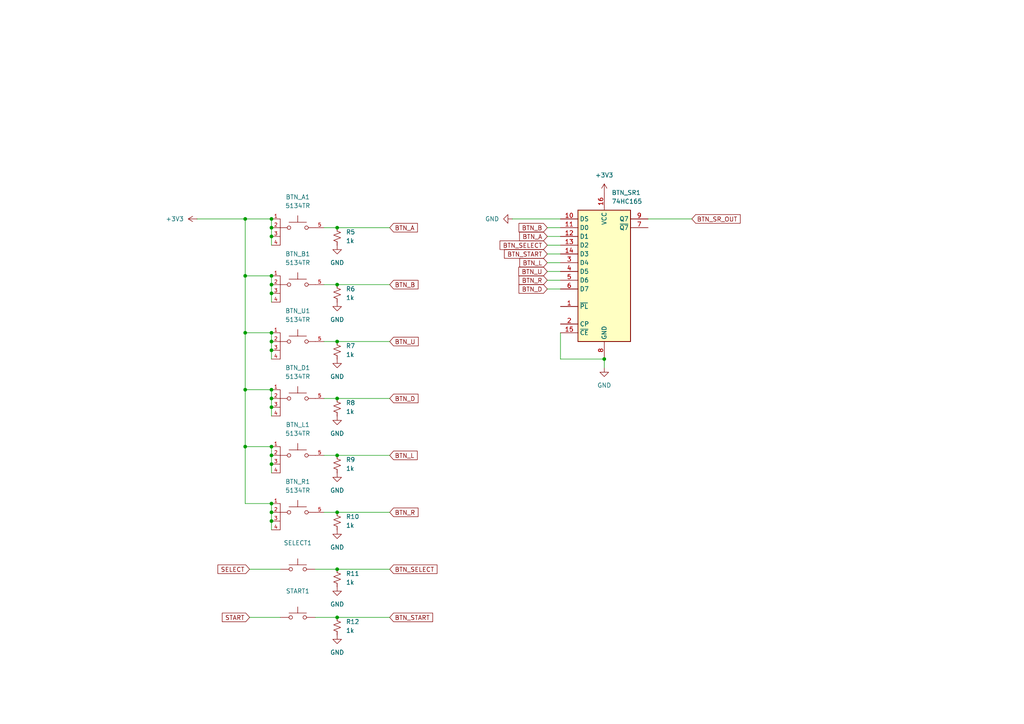
<source format=kicad_sch>
(kicad_sch (version 20250114) (generator "eeschema") (generator_version "9.0")
  (paper "A4")
  (lib_symbols
    (symbol "74xx:74HC165"
      (property "Reference" "U" (at -7.62 19.05 0))
      (property "Value" "74HC165" (at -7.62 -21.59 0))
      (symbol "74HC165_1_0"
        (pin input line (at -12.7 15.24 0) (length 5.08) (name "DS") (number "10"))
        (pin input line (at -12.7 12.7 0) (length 5.08) (name "D0") (number "11"))
        (pin input line (at -12.7 10.16 0) (length 5.08) (name "D1") (number "12"))
        (pin input line (at -12.7 7.62 0) (length 5.08) (name "D2") (number "13"))
        (pin input line (at -12.7 5.08 0) (length 5.08) (name "D3") (number "14"))
        (pin input line (at -12.7 2.54 0) (length 5.08) (name "D4") (number "3"))
        (pin input line (at -12.7 0 0) (length 5.08) (name "D5") (number "4"))
        (pin input line (at -12.7 -2.54 0) (length 5.08) (name "D6") (number "5"))
        (pin input line (at -12.7 -5.08 0) (length 5.08) (name "D7") (number "6"))
        (pin input line (at -12.7 -10.16 0) (length 5.08) (name "~{PL}") (number "1"))
        (pin input line (at -12.7 -15.24 0) (length 5.08) (name "CP") (number "2"))
        (pin input line (at -12.7 -17.78 0) (length 5.08) (name "~{CE}") (number "15"))
        (pin power_in line (at 0 22.86 270) (length 5.08) (name "VCC") (number "16"))
        (pin power_in line (at 0 -25.4 90) (length 5.08) (name "GND") (number "8"))
        (pin output line (at 12.7 15.24 180) (length 5.08) (name "Q7") (number "9"))
        (pin output line (at 12.7 12.7 180) (length 5.08) (name "~{Q7}") (number "7"))
      )
      (symbol "74HC165_1_1"
        (rectangle (start -7.62 17.78) (end 7.62 -20.32) (stroke (width 0.254)) (fill (type background)))
      )
    )
    (symbol "SNAP_DOME_SWITCH_7x7:5134TR" (pin_names (offset 1.016))
      (property "Reference" "S" (at -5.08 5.08 0))
      (property "Value" "5134TR" (at -5.08 -7.62 0))
      (symbol "5134TR_0_0"
        (polyline (pts (xy -5.08 2.54) (xy -5.08 -5.08)) (stroke (width 0.1524)))
        (polyline (pts (xy -5.08 0) (xy -3.048 0)) (stroke (width 0.1524)))
        (polyline (pts (xy -2.54 1.5875) (xy 0 1.5875)) (stroke (width 0.1524)))
        (circle (center -2.54 0) (radius 0.508) (stroke (width 0.1524)))
        (polyline (pts (xy 0 1.5875) (xy 0 3.4925)) (stroke (width 0.1524)))
        (polyline (pts (xy 0 1.5875) (xy 2.54 1.5875)) (stroke (width 0.1524)))
        (circle (center 2.54 0) (radius 0.508) (stroke (width 0.1524)))
        (polyline (pts (xy 5.08 0) (xy 3.048 0)) (stroke (width 0.1524)))
        (pin passive line (at -7.62 2.54 0) (length 2.54) (name "~") (number "1"))
        (pin passive line (at -7.62 0 0) (length 2.54) (name "~") (number "2"))
        (pin passive line (at -7.62 -2.54 0) (length 2.54) (name "~") (number "3"))
        (pin passive line (at -7.62 -5.08 0) (length 2.54) (name "~") (number "4"))
        (pin passive line (at 7.62 0 180) (length 2.54) (name "~") (number "5"))
      )
    )
    (symbol "SparkFun-Resistor:1k_0603" (pin_numbers (hide yes)) (pin_names (offset 0))
      (property "Reference" "R" (at 0 -2.54 0))
      (property "Value" "1k" (at 0 2.54 0))
      (symbol "1k_0603_0_1"
        (polyline (pts (xy -1.524 0) (xy -1.143 1.016) (xy -0.762 0) (xy -0.381 -1.016) (xy 0 0)))
        (polyline (pts (xy 0 0) (xy 0.381 1.016) (xy 0.762 0) (xy 1.143 -1.016) (xy 1.524 0)))
      )
      (symbol "1k_0603_1_1"
        (pin passive line (at -2.54 0 0) (length 1.016) (name "~") (number "1"))
        (pin passive line (at 2.54 0 180) (length 1.016) (name "~") (number "2"))
      )
    )
    (symbol "SparkFun-Switch:SPST_Push_SMD_6x3.5mm_h2.5mm" (pin_numbers (hide yes)) (pin_names (offset 0) (hide yes))
      (property "Reference" "SW" (at 0 5.08 0))
      (property "Value" "SMD_6x3.5mm_h2.5mm" (at 0 -2.54 0))
      (symbol "SPST_Push_SMD_6x3.5mm_h2.5mm_0_1"
        (circle (center -2.032 0) (radius 0.508))
        (polyline (pts (xy 0 1.27) (xy 0 3.048)))
        (circle (center 2.032 0) (radius 0.508))
        (polyline (pts (xy 2.54 1.27) (xy -2.54 1.27)))
      )
      (symbol "SPST_Push_SMD_6x3.5mm_h2.5mm_1_1"
        (pin passive line (at -5.08 0 0) (length 2.54) (name "1") (number "1"))
        (pin passive line (at 5.08 0 180) (length 2.54) (name "2") (number "2"))
      )
    )
    (symbol "power:+3V3" (power) (pin_numbers (hide yes)) (pin_names (offset 0) (hide yes))
      (property "Value" "+3V3" (at 0 3.556 0))
      (symbol "+3V3_0_1"
        (polyline (pts (xy -0.762 1.27) (xy 0 2.54)))
        (polyline (pts (xy 0 2.54) (xy 0.762 1.27)))
        (polyline (pts (xy 0 0) (xy 0 2.54)))
      )
      (symbol "+3V3_1_1"
        (pin power_in line (at 0 0 90) (length 0) (name "~") (number "1"))
      )
    )
    (symbol "power:GND" (power) (pin_numbers (hide yes)) (pin_names (offset 0) (hide yes))
      (property "Value" "GND" (at 0 -3.81 0))
      (symbol "GND_0_1"
        (polyline (pts (xy 0 0) (xy 0 -1.27) (xy 1.27 -1.27) (xy 0 -2.54) (xy -1.27 -1.27) (xy 0 -1.27)))
      )
      (symbol "GND_1_1"
        (pin power_in line (at 0 0 270) (length 0) (name "~") (number "1"))
      )
    )
  )
  (junction (at 71.12 96.52))
  (junction (at 78.74 68.58))
  (junction (at 78.74 80.01))
  (junction (at 78.74 134.62))
  (junction (at 78.74 151.13))
  (junction (at 71.12 63.5))
  (junction (at 175.26 104.14))
  (junction (at 78.74 63.5))
  (junction (at 78.74 132.08))
  (junction (at 78.74 85.09))
  (junction (at 78.74 118.11))
  (junction (at 71.12 129.54))
  (junction (at 97.79 132.08))
  (junction (at 78.74 82.55))
  (junction (at 78.74 148.59))
  (junction (at 97.79 66.04))
  (junction (at 97.79 148.59))
  (junction (at 78.74 129.54))
  (junction (at 71.12 80.01))
  (junction (at 78.74 66.04))
  (junction (at 78.74 96.52))
  (junction (at 78.74 146.05))
  (junction (at 97.79 165.1))
  (junction (at 97.79 179.07))
  (junction (at 78.74 99.06))
  (junction (at 71.12 113.03))
  (junction (at 78.74 113.03))
  (junction (at 97.79 99.06))
  (junction (at 78.74 115.57))
  (junction (at 97.79 82.55))
  (junction (at 78.74 101.6))
  (junction (at 97.79 115.57))
  (wire (pts (xy 78.74 148.59) (xy 78.74 146.05)))
  (wire (pts (xy 71.12 63.5) (xy 71.12 80.01)))
  (wire (pts (xy 158.75 68.58) (xy 162.56 68.58)))
  (wire (pts (xy 158.75 76.2) (xy 162.56 76.2)))
  (wire (pts (xy 158.75 83.82) (xy 162.56 83.82)))
  (wire (pts (xy 97.79 82.55) (xy 93.98 82.55)))
  (wire (pts (xy 71.12 63.5) (xy 78.74 63.5)))
  (wire (pts (xy 93.98 115.57) (xy 97.79 115.57)))
  (wire (pts (xy 78.74 132.08) (xy 78.74 129.54)))
  (wire (pts (xy 78.74 85.09) (xy 78.74 82.55)))
  (wire (pts (xy 162.56 96.52) (xy 162.56 104.14)))
  (wire (pts (xy 148.59 63.5) (xy 162.56 63.5)))
  (wire (pts (xy 113.03 66.04) (xy 97.79 66.04)))
  (wire (pts (xy 113.03 132.08) (xy 97.79 132.08)))
  (wire (pts (xy 175.26 106.68) (xy 175.26 104.14)))
  (wire (pts (xy 71.12 146.05) (xy 78.74 146.05)))
  (wire (pts (xy 200.66 63.5) (xy 187.96 63.5)))
  (wire (pts (xy 158.75 78.74) (xy 162.56 78.74)))
  (wire (pts (xy 78.74 151.13) (xy 78.74 148.59)))
  (wire (pts (xy 71.12 96.52) (xy 78.74 96.52)))
  (wire (pts (xy 78.74 153.67) (xy 78.74 151.13)))
  (wire (pts (xy 78.74 101.6) (xy 78.74 99.06)))
  (wire (pts (xy 78.74 118.11) (xy 78.74 115.57)))
  (wire (pts (xy 78.74 115.57) (xy 78.74 113.03)))
  (wire (pts (xy 97.79 132.08) (xy 93.98 132.08)))
  (wire (pts (xy 78.74 66.04) (xy 78.74 63.5)))
  (wire (pts (xy 91.44 179.07) (xy 97.79 179.07)))
  (wire (pts (xy 57.15 63.5) (xy 71.12 63.5)))
  (wire (pts (xy 71.12 129.54) (xy 71.12 146.05)))
  (wire (pts (xy 71.12 113.03) (xy 78.74 113.03)))
  (wire (pts (xy 113.03 179.07) (xy 97.79 179.07)))
  (wire (pts (xy 113.03 99.06) (xy 97.79 99.06)))
  (wire (pts (xy 113.03 115.57) (xy 97.79 115.57)))
  (wire (pts (xy 158.75 81.28) (xy 162.56 81.28)))
  (wire (pts (xy 71.12 80.01) (xy 71.12 96.52)))
  (wire (pts (xy 78.74 87.63) (xy 78.74 85.09)))
  (wire (pts (xy 97.79 99.06) (xy 93.98 99.06)))
  (wire (pts (xy 93.98 66.04) (xy 97.79 66.04)))
  (wire (pts (xy 78.74 137.16) (xy 78.74 134.62)))
  (wire (pts (xy 113.03 148.59) (xy 97.79 148.59)))
  (wire (pts (xy 78.74 68.58) (xy 78.74 66.04)))
  (wire (pts (xy 78.74 104.14) (xy 78.74 101.6)))
  (wire (pts (xy 158.75 73.66) (xy 162.56 73.66)))
  (wire (pts (xy 158.75 71.12) (xy 162.56 71.12)))
  (wire (pts (xy 78.74 134.62) (xy 78.74 132.08)))
  (wire (pts (xy 113.03 82.55) (xy 97.79 82.55)))
  (wire (pts (xy 91.44 165.1) (xy 97.79 165.1)))
  (wire (pts (xy 78.74 82.55) (xy 78.74 80.01)))
  (wire (pts (xy 97.79 148.59) (xy 93.98 148.59)))
  (wire (pts (xy 72.39 165.1) (xy 81.28 165.1)))
  (wire (pts (xy 78.74 120.65) (xy 78.74 118.11)))
  (wire (pts (xy 162.56 104.14) (xy 175.26 104.14)))
  (wire (pts (xy 78.74 71.12) (xy 78.74 68.58)))
  (wire (pts (xy 158.75 66.04) (xy 162.56 66.04)))
  (wire (pts (xy 97.79 165.1) (xy 113.03 165.1)))
  (wire (pts (xy 72.39 179.07) (xy 81.28 179.07)))
  (wire (pts (xy 78.74 99.06) (xy 78.74 96.52)))
  (wire (pts (xy 71.12 129.54) (xy 78.74 129.54)))
  (wire (pts (xy 71.12 80.01) (xy 78.74 80.01)))
  (wire (pts (xy 71.12 113.03) (xy 71.12 129.54)))
  (wire (pts (xy 71.12 96.52) (xy 71.12 113.03)))
  (global_label "BTN_B" (shape input) (at 113.03 82.55 0) (property "Intersheetrefs" "${INTERSHEET_REFS}" (effects (hide yes))))
  (global_label "BTN_U" (shape input) (at 158.75 78.74 180) (property "Intersheetrefs" "${INTERSHEET_REFS}" (effects (hide yes))))
  (global_label "BTN_L" (shape input) (at 113.03 132.08 0) (property "Intersheetrefs" "${INTERSHEET_REFS}" (effects (hide yes))))
  (global_label "BTN_R" (shape input) (at 113.03 148.59 0) (property "Intersheetrefs" "${INTERSHEET_REFS}" (effects (hide yes))))
  (global_label "BTN_L" (shape input) (at 158.75 76.2 180) (property "Intersheetrefs" "${INTERSHEET_REFS}" (effects (hide yes))))
  (global_label "BTN_SELECT" (shape input) (at 158.75 71.12 180) (property "Intersheetrefs" "${INTERSHEET_REFS}" (effects (hide yes))))
  (global_label "SELECT" (shape input) (at 72.39 165.1 180) (property "Intersheetrefs" "${INTERSHEET_REFS}" (effects (hide yes))))
  (global_label "BTN_U" (shape input) (at 113.03 99.06 0) (property "Intersheetrefs" "${INTERSHEET_REFS}" (effects (hide yes))))
  (global_label "BTN_START" (shape input) (at 113.03 179.07 0) (property "Intersheetrefs" "${INTERSHEET_REFS}" (effects (hide yes))))
  (global_label "START" (shape input) (at 72.39 179.07 180) (property "Intersheetrefs" "${INTERSHEET_REFS}" (effects (hide yes))))
  (global_label "BTN_START" (shape input) (at 158.75 73.66 180) (property "Intersheetrefs" "${INTERSHEET_REFS}" (effects (hide yes))))
  (global_label "BTN_R" (shape input) (at 158.75 81.28 180) (property "Intersheetrefs" "${INTERSHEET_REFS}" (effects (hide yes))))
  (global_label "BTN_A" (shape input) (at 113.03 66.04 0) (property "Intersheetrefs" "${INTERSHEET_REFS}" (effects (hide yes))))
  (global_label "BTN_SR_OUT" (shape input) (at 200.66 63.5 0) (property "Intersheetrefs" "${INTERSHEET_REFS}" (effects (hide yes))))
  (global_label "BTN_D" (shape input) (at 158.75 83.82 180) (property "Intersheetrefs" "${INTERSHEET_REFS}" (effects (hide yes))))
  (global_label "BTN_SELECT" (shape input) (at 113.03 165.1 0) (property "Intersheetrefs" "${INTERSHEET_REFS}" (effects (hide yes))))
  (global_label "BTN_D" (shape input) (at 113.03 115.57 0) (property "Intersheetrefs" "${INTERSHEET_REFS}" (effects (hide yes))))
  (global_label "BTN_A" (shape input) (at 158.75 68.58 180) (property "Intersheetrefs" "${INTERSHEET_REFS}" (effects (hide yes))))
  (global_label "BTN_B" (shape input) (at 158.75 66.04 180) (property "Intersheetrefs" "${INTERSHEET_REFS}" (effects (hide yes))))
  (symbol (lib_id "SparkFun-Resistor:1k_0603") (at 97.79 68.58 90) (unit 1)
    (property "Reference" "R5" (at 100.33 67.3099 90) (effects (justify right)))
    (property "Value" "1k" (at 100.33 69.8499 90) (effects (justify right)))
    (property "Footprint" "SparkFun-Resistor:R_0603_1608Metric" (effects (hide yes)))
    (property "Datasheet" "https://www.vishay.com/docs/20035/dcrcwe3.pdf" (effects (hide yes)))
    (property "Description" "Resistor" (effects (hide yes)))
    (property "PROD_ID" "RES-07856" (effects (hide yes)))
  )
  (symbol (lib_id "SparkFun-Switch:SPST_Push_SMD_6x3.5mm_h2.5mm") (at 86.36 179.07 0) (unit 1)
    (property "Reference" "START1" (at 86.36 171.45 0))
    (property "Value" "SMD_6x3.5mm_h2.5mm" (effects (hide yes)))
    (property "Footprint" "GAMEBOY_PARTS:MGB_BUTTONPAD_SELECTSTART" (effects (hide yes)))
    (property "Datasheet" "https://www.sparkfun.com/datasheets/Components/1101.pdf" (effects (hide yes)))
    (property "Description" "Single Pole Single Throw (SPST) switch" (effects (hide yes)))
    (property "PROD_ID" "SWCH-14278" (effects (hide yes)))
    (property "Mfg Part#" "8-004 SMD Button 8x3.6mm Height=2.5mm" (effects (hide yes)))
  )
  (symbol (lib_id "SNAP_DOME_SWITCH_7x7:5134TR") (at 86.36 66.04 0) (unit 1)
    (property "Reference" "BTN_A1" (at 86.36 57.15 0))
    (property "Value" "5134TR" (at 86.36 59.69 0))
    (property "Footprint" "SNAP_DOME_SWITCH_7x7:SNAP_DOME_SWITCH_7x7" (effects (hide yes)))
    (property "PARTREV" "A" (effects (hide yes)))
    (property "STANDARD" "Manufacturer Recommendations" (effects (hide yes)))
    (property "SNAPEDA_PN" "5134TR" (effects (hide yes)))
    (property "MAXIMUM_PACKAGE_HEIGHT" "0.6mm" (effects (hide yes)))
    (property "MANUFACTURER" "Keystone Electronics" (effects (hide yes)))
  )
  (symbol (lib_id "SparkFun-Resistor:1k_0603") (at 97.79 101.6 90) (unit 1)
    (property "Reference" "R7" (at 100.33 100.3299 90) (effects (justify right)))
    (property "Value" "1k" (at 100.33 102.8699 90) (effects (justify right)))
    (property "Footprint" "SparkFun-Resistor:R_0603_1608Metric" (effects (hide yes)))
    (property "Datasheet" "https://www.vishay.com/docs/20035/dcrcwe3.pdf" (effects (hide yes)))
    (property "Description" "Resistor" (effects (hide yes)))
    (property "PROD_ID" "RES-07856" (effects (hide yes)))
  )
  (symbol (lib_id "SNAP_DOME_SWITCH_7x7:5134TR") (at 86.36 99.06 0) (unit 1)
    (property "Reference" "BTN_U1" (at 86.36 90.17 0))
    (property "Value" "5134TR" (at 86.36 92.71 0))
    (property "Footprint" "SNAP_DOME_SWITCH_7x7:SNAP_DOME_SWITCH_7x7" (effects (hide yes)))
    (property "PARTREV" "A" (effects (hide yes)))
    (property "STANDARD" "Manufacturer Recommendations" (effects (hide yes)))
    (property "SNAPEDA_PN" "5134TR" (effects (hide yes)))
    (property "MAXIMUM_PACKAGE_HEIGHT" "0.6mm" (effects (hide yes)))
    (property "MANUFACTURER" "Keystone Electronics" (effects (hide yes)))
  )
  (symbol (lib_id "power:GND") (at 97.79 184.15 0) (unit 1)
    (property "Reference" "#PWR018" (effects (hide yes)))
    (property "Value" "GND" (at 97.79 189.23 0))
    (property "Description" "Power symbol creates a global label with name \"GND\" , ground" (effects (hide yes)))
  )
  (symbol (lib_id "SNAP_DOME_SWITCH_7x7:5134TR") (at 86.36 115.57 0) (unit 1)
    (property "Reference" "BTN_D1" (at 86.36 106.68 0))
    (property "Value" "5134TR" (at 86.36 109.22 0))
    (property "Footprint" "SNAP_DOME_SWITCH_7x7:SNAP_DOME_SWITCH_7x7" (effects (hide yes)))
    (property "PARTREV" "A" (effects (hide yes)))
    (property "STANDARD" "Manufacturer Recommendations" (effects (hide yes)))
    (property "SNAPEDA_PN" "5134TR" (effects (hide yes)))
    (property "MAXIMUM_PACKAGE_HEIGHT" "0.6mm" (effects (hide yes)))
    (property "MANUFACTURER" "Keystone Electronics" (effects (hide yes)))
  )
  (symbol (lib_id "power:GND") (at 148.59 63.5 270) (unit 1)
    (property "Reference" "#PWR036" (effects (hide yes)))
    (property "Value" "GND" (at 144.78 63.4999 90) (effects (justify right)))
    (property "Description" "Power symbol creates a global label with name \"GND\" , ground" (effects (hide yes)))
  )
  (symbol (lib_id "power:GND") (at 97.79 153.67 0) (unit 1)
    (property "Reference" "#PWR020" (effects (hide yes)))
    (property "Value" "GND" (at 97.79 158.75 0))
    (property "Description" "Power symbol creates a global label with name \"GND\" , ground" (effects (hide yes)))
  )
  (symbol (lib_id "SparkFun-Resistor:1k_0603") (at 97.79 181.61 90) (unit 1)
    (property "Reference" "R12" (at 100.33 180.3399 90) (effects (justify right)))
    (property "Value" "1k" (at 100.33 182.8799 90) (effects (justify right)))
    (property "Footprint" "SparkFun-Resistor:R_0603_1608Metric" (effects (hide yes)))
    (property "Datasheet" "https://www.vishay.com/docs/20035/dcrcwe3.pdf" (effects (hide yes)))
    (property "Description" "Resistor" (effects (hide yes)))
    (property "PROD_ID" "RES-07856" (effects (hide yes)))
  )
  (symbol (lib_id "SparkFun-Resistor:1k_0603") (at 97.79 134.62 90) (unit 1)
    (property "Reference" "R9" (at 100.33 133.3499 90) (effects (justify right)))
    (property "Value" "1k" (at 100.33 135.8899 90) (effects (justify right)))
    (property "Footprint" "SparkFun-Resistor:R_0603_1608Metric" (effects (hide yes)))
    (property "Datasheet" "https://www.vishay.com/docs/20035/dcrcwe3.pdf" (effects (hide yes)))
    (property "Description" "Resistor" (effects (hide yes)))
    (property "PROD_ID" "RES-07856" (effects (hide yes)))
  )
  (symbol (lib_id "SparkFun-Resistor:1k_0603") (at 97.79 118.11 90) (unit 1)
    (property "Reference" "R8" (at 100.33 116.8399 90) (effects (justify right)))
    (property "Value" "1k" (at 100.33 119.3799 90) (effects (justify right)))
    (property "Footprint" "SparkFun-Resistor:R_0603_1608Metric" (effects (hide yes)))
    (property "Datasheet" "https://www.vishay.com/docs/20035/dcrcwe3.pdf" (effects (hide yes)))
    (property "Description" "Resistor" (effects (hide yes)))
    (property "PROD_ID" "RES-07856" (effects (hide yes)))
  )
  (symbol (lib_id "power:GND") (at 97.79 71.12 0) (unit 1)
    (property "Reference" "#PWR025" (effects (hide yes)))
    (property "Value" "GND" (at 97.79 76.2 0))
    (property "Description" "Power symbol creates a global label with name \"GND\" , ground" (effects (hide yes)))
  )
  (symbol (lib_id "SparkFun-Resistor:1k_0603") (at 97.79 85.09 90) (unit 1)
    (property "Reference" "R6" (at 100.33 83.8199 90) (effects (justify right)))
    (property "Value" "1k" (at 100.33 86.3599 90) (effects (justify right)))
    (property "Footprint" "SparkFun-Resistor:R_0603_1608Metric" (effects (hide yes)))
    (property "Datasheet" "https://www.vishay.com/docs/20035/dcrcwe3.pdf" (effects (hide yes)))
    (property "Description" "Resistor" (effects (hide yes)))
    (property "PROD_ID" "RES-07856" (effects (hide yes)))
  )
  (symbol (lib_id "SNAP_DOME_SWITCH_7x7:5134TR") (at 86.36 148.59 0) (unit 1)
    (property "Reference" "BTN_R1" (at 86.36 139.7 0))
    (property "Value" "5134TR" (at 86.36 142.24 0))
    (property "Footprint" "SNAP_DOME_SWITCH_7x7:SNAP_DOME_SWITCH_7x7" (effects (hide yes)))
    (property "PARTREV" "A" (effects (hide yes)))
    (property "STANDARD" "Manufacturer Recommendations" (effects (hide yes)))
    (property "SNAPEDA_PN" "5134TR" (effects (hide yes)))
    (property "MAXIMUM_PACKAGE_HEIGHT" "0.6mm" (effects (hide yes)))
    (property "MANUFACTURER" "Keystone Electronics" (effects (hide yes)))
  )
  (symbol (lib_id "SparkFun-Resistor:1k_0603") (at 97.79 151.13 90) (unit 1)
    (property "Reference" "R10" (at 100.33 149.8599 90) (effects (justify right)))
    (property "Value" "1k" (at 100.33 152.3999 90) (effects (justify right)))
    (property "Footprint" "SparkFun-Resistor:R_0603_1608Metric" (effects (hide yes)))
    (property "Datasheet" "https://www.vishay.com/docs/20035/dcrcwe3.pdf" (effects (hide yes)))
    (property "Description" "Resistor" (effects (hide yes)))
    (property "PROD_ID" "RES-07856" (effects (hide yes)))
  )
  (symbol (lib_id "power:GND") (at 97.79 170.18 0) (unit 1)
    (property "Reference" "#PWR019" (effects (hide yes)))
    (property "Value" "GND" (at 97.79 175.26 0))
    (property "Description" "Power symbol creates a global label with name \"GND\" , ground" (effects (hide yes)))
  )
  (symbol (lib_id "SNAP_DOME_SWITCH_7x7:5134TR") (at 86.36 82.55 0) (unit 1)
    (property "Reference" "BTN_B1" (at 86.36 73.66 0))
    (property "Value" "5134TR" (at 86.36 76.2 0))
    (property "Footprint" "SNAP_DOME_SWITCH_7x7:SNAP_DOME_SWITCH_7x7" (effects (hide yes)))
    (property "PARTREV" "A" (effects (hide yes)))
    (property "STANDARD" "Manufacturer Recommendations" (effects (hide yes)))
    (property "SNAPEDA_PN" "5134TR" (effects (hide yes)))
    (property "MAXIMUM_PACKAGE_HEIGHT" "0.6mm" (effects (hide yes)))
    (property "MANUFACTURER" "Keystone Electronics" (effects (hide yes)))
  )
  (symbol (lib_id "SparkFun-Resistor:1k_0603") (at 97.79 167.64 90) (unit 1)
    (property "Reference" "R11" (at 100.33 166.3699 90) (effects (justify right)))
    (property "Value" "1k" (at 100.33 168.9099 90) (effects (justify right)))
    (property "Footprint" "SparkFun-Resistor:R_0603_1608Metric" (effects (hide yes)))
    (property "Datasheet" "https://www.vishay.com/docs/20035/dcrcwe3.pdf" (effects (hide yes)))
    (property "Description" "Resistor" (effects (hide yes)))
    (property "PROD_ID" "RES-07856" (effects (hide yes)))
  )
  (symbol (lib_id "74xx:74HC165") (at 175.26 78.74 0) (unit 1)
    (property "Reference" "BTN_SR1" (at 177.4033 55.88 0) (effects (justify left)))
    (property "Value" "74HC165" (at 177.4033 58.42 0) (effects (justify left)))
    (property "Footprint" "Package_SO:SOIC-16_3.9x9.9mm_P1.27mm" (effects (hide yes)))
    (property "Datasheet" "https://assets.nexperia.com/documents/data-sheet/74HC_HCT165.pdf" (effects (hide yes)))
    (property "Description" "Shift Register, 8-bit, Parallel Load" (effects (hide yes)))
  )
  (symbol (lib_id "power:GND") (at 97.79 137.16 0) (unit 1)
    (property "Reference" "#PWR021" (effects (hide yes)))
    (property "Value" "GND" (at 97.79 142.24 0))
    (property "Description" "Power symbol creates a global label with name \"GND\" , ground" (effects (hide yes)))
  )
  (symbol (lib_id "SparkFun-Switch:SPST_Push_SMD_6x3.5mm_h2.5mm") (at 86.36 165.1 0) (unit 1)
    (property "Reference" "SELECT1" (at 86.36 157.48 0))
    (property "Value" "SMD_6x3.5mm_h2.5mm" (effects (hide yes)))
    (property "Footprint" "GAMEBOY_PARTS:MGB_BUTTONPAD_SELECTSTART" (effects (hide yes)))
    (property "Datasheet" "https://www.sparkfun.com/datasheets/Components/1101.pdf" (effects (hide yes)))
    (property "Description" "Single Pole Single Throw (SPST) switch" (effects (hide yes)))
    (property "PROD_ID" "SWCH-14278" (effects (hide yes)))
    (property "Mfg Part#" "8-004 SMD Button 8x3.6mm Height=2.5mm" (effects (hide yes)))
  )
  (symbol (lib_id "power:GND") (at 97.79 104.14 0) (unit 1)
    (property "Reference" "#PWR023" (effects (hide yes)))
    (property "Value" "GND" (at 97.79 109.22 0))
    (property "Description" "Power symbol creates a global label with name \"GND\" , ground" (effects (hide yes)))
  )
  (symbol (lib_id "SNAP_DOME_SWITCH_7x7:5134TR") (at 86.36 132.08 0) (unit 1)
    (property "Reference" "BTN_L1" (at 86.36 123.19 0))
    (property "Value" "5134TR" (at 86.36 125.73 0))
    (property "Footprint" "SNAP_DOME_SWITCH_7x7:SNAP_DOME_SWITCH_7x7" (effects (hide yes)))
    (property "PARTREV" "A" (effects (hide yes)))
    (property "STANDARD" "Manufacturer Recommendations" (effects (hide yes)))
    (property "SNAPEDA_PN" "5134TR" (effects (hide yes)))
    (property "MAXIMUM_PACKAGE_HEIGHT" "0.6mm" (effects (hide yes)))
    (property "MANUFACTURER" "Keystone Electronics" (effects (hide yes)))
  )
  (symbol (lib_id "power:+3V3") (at 175.26 55.88 0) (unit 1)
    (property "Reference" "#PWR015" (effects (hide yes)))
    (property "Value" "+3V3" (at 175.26 50.8 0))
    (property "Description" "Power symbol creates a global label with name \"+3V3\"" (effects (hide yes)))
  )
  (symbol (lib_id "power:+3V3") (at 57.15 63.5 90) (unit 1)
    (property "Reference" "#PWR017" (effects (hide yes)))
    (property "Value" "+3V3" (at 53.34 63.4999 90) (effects (justify left)))
    (property "Description" "Power symbol creates a global label with name \"+3V3\"" (effects (hide yes)))
  )
  (symbol (lib_id "power:GND") (at 175.26 106.68 0) (unit 1)
    (property "Reference" "#PWR016" (effects (hide yes)))
    (property "Value" "GND" (at 175.26 111.76 0))
    (property "Description" "Power symbol creates a global label with name \"GND\" , ground" (effects (hide yes)))
  )
  (symbol (lib_id "power:GND") (at 97.79 120.65 0) (unit 1)
    (property "Reference" "#PWR022" (effects (hide yes)))
    (property "Value" "GND" (at 97.79 125.73 0))
    (property "Description" "Power symbol creates a global label with name \"GND\" , ground" (effects (hide yes)))
  )
  (symbol (lib_id "power:GND") (at 97.79 87.63 0) (unit 1)
    (property "Reference" "#PWR024" (effects (hide yes)))
    (property "Value" "GND" (at 97.79 92.71 0))
    (property "Description" "Power symbol creates a global label with name \"GND\" , ground" (effects (hide yes)))
  )
)
</source>
